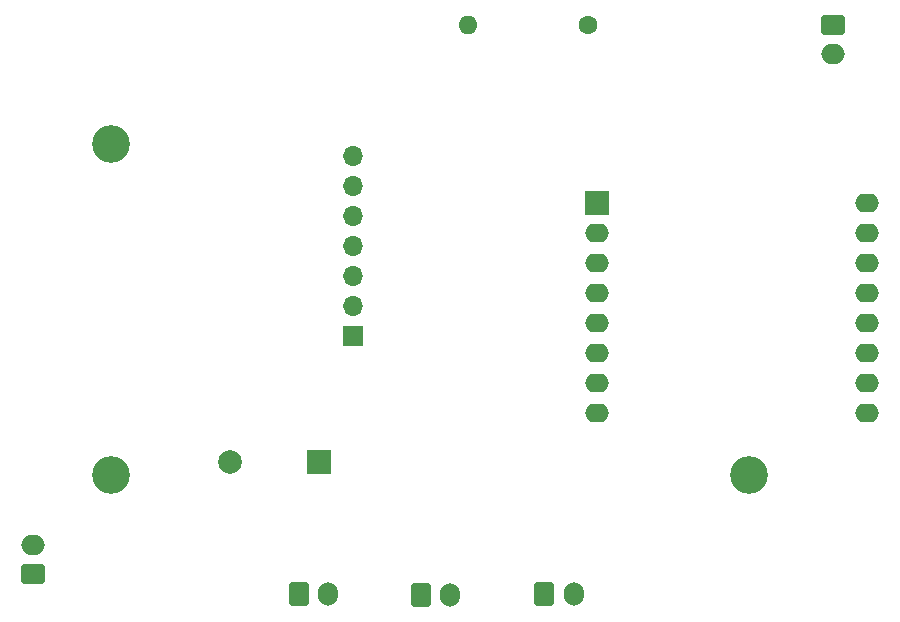
<source format=gbr>
%TF.GenerationSoftware,KiCad,Pcbnew,8.0.7*%
%TF.CreationDate,2025-02-17T10:06:15+01:00*%
%TF.ProjectId,Mail-box,4d61696c-2d62-46f7-982e-6b696361645f,rev?*%
%TF.SameCoordinates,Original*%
%TF.FileFunction,Soldermask,Bot*%
%TF.FilePolarity,Negative*%
%FSLAX46Y46*%
G04 Gerber Fmt 4.6, Leading zero omitted, Abs format (unit mm)*
G04 Created by KiCad (PCBNEW 8.0.7) date 2025-02-17 10:06:15*
%MOMM*%
%LPD*%
G01*
G04 APERTURE LIST*
G04 Aperture macros list*
%AMRoundRect*
0 Rectangle with rounded corners*
0 $1 Rounding radius*
0 $2 $3 $4 $5 $6 $7 $8 $9 X,Y pos of 4 corners*
0 Add a 4 corners polygon primitive as box body*
4,1,4,$2,$3,$4,$5,$6,$7,$8,$9,$2,$3,0*
0 Add four circle primitives for the rounded corners*
1,1,$1+$1,$2,$3*
1,1,$1+$1,$4,$5*
1,1,$1+$1,$6,$7*
1,1,$1+$1,$8,$9*
0 Add four rect primitives between the rounded corners*
20,1,$1+$1,$2,$3,$4,$5,0*
20,1,$1+$1,$4,$5,$6,$7,0*
20,1,$1+$1,$6,$7,$8,$9,0*
20,1,$1+$1,$8,$9,$2,$3,0*%
G04 Aperture macros list end*
%ADD10C,3.200000*%
%ADD11RoundRect,0.250000X-0.600000X-0.750000X0.600000X-0.750000X0.600000X0.750000X-0.600000X0.750000X0*%
%ADD12O,1.700000X2.000000*%
%ADD13RoundRect,0.250000X0.750000X-0.600000X0.750000X0.600000X-0.750000X0.600000X-0.750000X-0.600000X0*%
%ADD14O,2.000000X1.700000*%
%ADD15R,2.000000X2.000000*%
%ADD16O,2.000000X1.600000*%
%ADD17RoundRect,0.250000X-0.750000X0.600000X-0.750000X-0.600000X0.750000X-0.600000X0.750000X0.600000X0*%
%ADD18R,1.700000X1.700000*%
%ADD19O,1.700000X1.700000*%
%ADD20C,2.000000*%
%ADD21C,1.600000*%
%ADD22O,1.600000X1.600000*%
G04 APERTURE END LIST*
D10*
%TO.C,REF\u002A\u002A*%
X93395000Y-112215000D03*
%TD*%
%TO.C,REF\u002A\u002A*%
X93395000Y-84235000D03*
%TD*%
D11*
%TO.C,J4*%
X130030000Y-122300000D03*
D12*
X132530000Y-122300000D03*
%TD*%
D13*
%TO.C,J1*%
X86782500Y-120630000D03*
D14*
X86782500Y-118130000D03*
%TD*%
D15*
%TO.C,U3*%
X134525000Y-89180000D03*
D16*
X134525000Y-91720000D03*
X134525000Y-94260000D03*
X134525000Y-96800000D03*
X134525000Y-99340000D03*
X134525000Y-101880000D03*
X134525000Y-104420000D03*
X134525000Y-106960000D03*
X157385000Y-106960000D03*
X157385000Y-104420000D03*
X157385000Y-101880000D03*
X157385000Y-99340000D03*
X157385000Y-96800000D03*
X157385000Y-94260000D03*
X157385000Y-91720000D03*
X157385000Y-89180000D03*
%TD*%
D10*
%TO.C,REF\u002A\u002A*%
X147395000Y-112215000D03*
%TD*%
D17*
%TO.C,J5*%
X154520000Y-74120000D03*
D14*
X154520000Y-76620000D03*
%TD*%
D18*
%TO.C,U5*%
X113820000Y-100490000D03*
D19*
X113820000Y-97950000D03*
X113820000Y-95410000D03*
X113820000Y-92870000D03*
X113820000Y-90330000D03*
X113820000Y-87790000D03*
X113820000Y-85250000D03*
%TD*%
D15*
%TO.C,BZ1*%
X111000000Y-111150000D03*
D20*
X103400000Y-111150000D03*
%TD*%
D21*
%TO.C,F1*%
X133710000Y-74180000D03*
D22*
X123550000Y-74180000D03*
%TD*%
D11*
%TO.C,J3*%
X119590000Y-122430000D03*
D12*
X122090000Y-122430000D03*
%TD*%
D11*
%TO.C,J2*%
X109240000Y-122310000D03*
D12*
X111740000Y-122310000D03*
%TD*%
M02*

</source>
